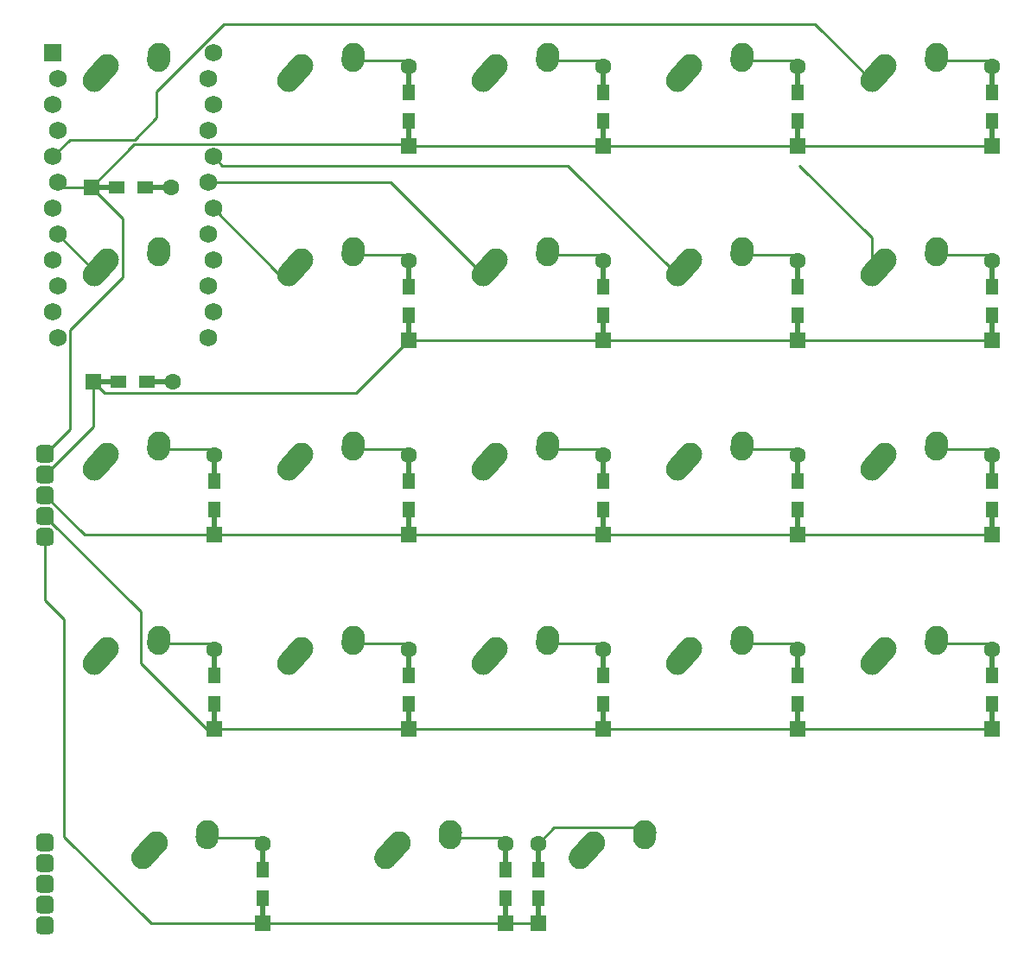
<source format=gbl>
%TF.GenerationSoftware,KiCad,Pcbnew,(5.1.12)-1*%
%TF.CreationDate,2022-01-07T17:35:06-05:00*%
%TF.ProjectId,center-gasket-2,63656e74-6572-42d6-9761-736b65742d32,rev?*%
%TF.SameCoordinates,Original*%
%TF.FileFunction,Copper,L2,Bot*%
%TF.FilePolarity,Positive*%
%FSLAX46Y46*%
G04 Gerber Fmt 4.6, Leading zero omitted, Abs format (unit mm)*
G04 Created by KiCad (PCBNEW (5.1.12)-1) date 2022-01-07 17:35:06*
%MOMM*%
%LPD*%
G01*
G04 APERTURE LIST*
%TA.AperFunction,ComponentPad*%
%ADD10C,2.250000*%
%TD*%
%TA.AperFunction,ComponentPad*%
%ADD11C,1.752600*%
%TD*%
%TA.AperFunction,ComponentPad*%
%ADD12R,1.752600X1.752600*%
%TD*%
%TA.AperFunction,ComponentPad*%
%ADD13R,1.600000X1.600000*%
%TD*%
%TA.AperFunction,ComponentPad*%
%ADD14C,1.600000*%
%TD*%
%TA.AperFunction,SMDPad,CuDef*%
%ADD15R,0.500000X2.900000*%
%TD*%
%TA.AperFunction,SMDPad,CuDef*%
%ADD16R,1.200000X1.600000*%
%TD*%
%TA.AperFunction,SMDPad,CuDef*%
%ADD17R,2.900000X0.500000*%
%TD*%
%TA.AperFunction,SMDPad,CuDef*%
%ADD18R,1.600000X1.200000*%
%TD*%
%TA.AperFunction,Conductor*%
%ADD19C,0.254000*%
%TD*%
G04 APERTURE END LIST*
%TO.P,MX38,2*%
%TO.N,Net-(D38-Pad2)*%
%TA.AperFunction,ComponentPad*%
G36*
G01*
X90529733Y-113303645D02*
X90528847Y-113303584D01*
G75*
G02*
X89483916Y-112103847I77403J1122334D01*
G01*
X89523916Y-111523847D01*
G75*
G02*
X90723653Y-110478916I1122334J-77403D01*
G01*
X90723653Y-110478916D01*
G75*
G02*
X91768584Y-111678653I-77403J-1122334D01*
G01*
X91728584Y-112258653D01*
G75*
G02*
X90528847Y-113303584I-1122334J77403D01*
G01*
G37*
%TD.AperFunction*%
D10*
X90646250Y-111601250D03*
%TO.P,MX38,1*%
%TO.N,COL7*%
%TA.AperFunction,ComponentPad*%
G36*
G01*
X83544938Y-114978600D02*
X83544933Y-114978595D01*
G75*
G02*
X83458905Y-113389933I751317J837345D01*
G01*
X84768907Y-111929933D01*
G75*
G02*
X86357569Y-111843905I837345J-751317D01*
G01*
X86357569Y-111843905D01*
G75*
G02*
X86443597Y-113432567I-751317J-837345D01*
G01*
X85133595Y-114892567D01*
G75*
G02*
X83544933Y-114978595I-837345J751317D01*
G01*
G37*
%TD.AperFunction*%
X85606250Y-112681250D03*
%TD*%
%TO.P,M2,5*%
%TO.N,COL4*%
%TA.AperFunction,ComponentPad*%
G36*
G01*
X30968950Y-121215150D02*
X30968950Y-120338850D01*
G75*
G02*
X31407100Y-119900700I438150J0D01*
G01*
X32283400Y-119900700D01*
G75*
G02*
X32721550Y-120338850I0J-438150D01*
G01*
X32721550Y-121215150D01*
G75*
G02*
X32283400Y-121653300I-438150J0D01*
G01*
X31407100Y-121653300D01*
G75*
G02*
X30968950Y-121215150I0J438150D01*
G01*
G37*
%TD.AperFunction*%
%TO.P,M2,4*%
%TO.N,COL3*%
%TA.AperFunction,ComponentPad*%
G36*
G01*
X30968950Y-119183150D02*
X30968950Y-118306850D01*
G75*
G02*
X31407100Y-117868700I438150J0D01*
G01*
X32283400Y-117868700D01*
G75*
G02*
X32721550Y-118306850I0J-438150D01*
G01*
X32721550Y-119183150D01*
G75*
G02*
X32283400Y-119621300I-438150J0D01*
G01*
X31407100Y-119621300D01*
G75*
G02*
X30968950Y-119183150I0J438150D01*
G01*
G37*
%TD.AperFunction*%
%TO.P,M2,3*%
%TO.N,COL2*%
%TA.AperFunction,ComponentPad*%
G36*
G01*
X30968950Y-117151150D02*
X30968950Y-116274850D01*
G75*
G02*
X31407100Y-115836700I438150J0D01*
G01*
X32283400Y-115836700D01*
G75*
G02*
X32721550Y-116274850I0J-438150D01*
G01*
X32721550Y-117151150D01*
G75*
G02*
X32283400Y-117589300I-438150J0D01*
G01*
X31407100Y-117589300D01*
G75*
G02*
X30968950Y-117151150I0J438150D01*
G01*
G37*
%TD.AperFunction*%
%TO.P,M2,2*%
%TO.N,COL1*%
%TA.AperFunction,ComponentPad*%
G36*
G01*
X30968950Y-115119150D02*
X30968950Y-114242850D01*
G75*
G02*
X31407100Y-113804700I438150J0D01*
G01*
X32283400Y-113804700D01*
G75*
G02*
X32721550Y-114242850I0J-438150D01*
G01*
X32721550Y-115119150D01*
G75*
G02*
X32283400Y-115557300I-438150J0D01*
G01*
X31407100Y-115557300D01*
G75*
G02*
X30968950Y-115119150I0J438150D01*
G01*
G37*
%TD.AperFunction*%
%TO.P,M2,1*%
%TO.N,COL0*%
%TA.AperFunction,ComponentPad*%
G36*
G01*
X30968950Y-113087150D02*
X30968950Y-112210850D01*
G75*
G02*
X31407100Y-111772700I438150J0D01*
G01*
X32283400Y-111772700D01*
G75*
G02*
X32721550Y-112210850I0J-438150D01*
G01*
X32721550Y-113087150D01*
G75*
G02*
X32283400Y-113525300I-438150J0D01*
G01*
X31407100Y-113525300D01*
G75*
G02*
X30968950Y-113087150I0J438150D01*
G01*
G37*
%TD.AperFunction*%
%TD*%
%TO.P,M1,1*%
%TO.N,ROW0*%
%TA.AperFunction,ComponentPad*%
G36*
G01*
X30968950Y-74987150D02*
X30968950Y-74110850D01*
G75*
G02*
X31407100Y-73672700I438150J0D01*
G01*
X32283400Y-73672700D01*
G75*
G02*
X32721550Y-74110850I0J-438150D01*
G01*
X32721550Y-74987150D01*
G75*
G02*
X32283400Y-75425300I-438150J0D01*
G01*
X31407100Y-75425300D01*
G75*
G02*
X30968950Y-74987150I0J438150D01*
G01*
G37*
%TD.AperFunction*%
%TO.P,M1,2*%
%TO.N,ROW1*%
%TA.AperFunction,ComponentPad*%
G36*
G01*
X30968950Y-77019150D02*
X30968950Y-76142850D01*
G75*
G02*
X31407100Y-75704700I438150J0D01*
G01*
X32283400Y-75704700D01*
G75*
G02*
X32721550Y-76142850I0J-438150D01*
G01*
X32721550Y-77019150D01*
G75*
G02*
X32283400Y-77457300I-438150J0D01*
G01*
X31407100Y-77457300D01*
G75*
G02*
X30968950Y-77019150I0J438150D01*
G01*
G37*
%TD.AperFunction*%
%TO.P,M1,3*%
%TO.N,ROW2*%
%TA.AperFunction,ComponentPad*%
G36*
G01*
X30968950Y-79051150D02*
X30968950Y-78174850D01*
G75*
G02*
X31407100Y-77736700I438150J0D01*
G01*
X32283400Y-77736700D01*
G75*
G02*
X32721550Y-78174850I0J-438150D01*
G01*
X32721550Y-79051150D01*
G75*
G02*
X32283400Y-79489300I-438150J0D01*
G01*
X31407100Y-79489300D01*
G75*
G02*
X30968950Y-79051150I0J438150D01*
G01*
G37*
%TD.AperFunction*%
%TO.P,M1,4*%
%TO.N,ROW3*%
%TA.AperFunction,ComponentPad*%
G36*
G01*
X30968950Y-81083150D02*
X30968950Y-80206850D01*
G75*
G02*
X31407100Y-79768700I438150J0D01*
G01*
X32283400Y-79768700D01*
G75*
G02*
X32721550Y-80206850I0J-438150D01*
G01*
X32721550Y-81083150D01*
G75*
G02*
X32283400Y-81521300I-438150J0D01*
G01*
X31407100Y-81521300D01*
G75*
G02*
X30968950Y-81083150I0J438150D01*
G01*
G37*
%TD.AperFunction*%
%TO.P,M1,5*%
%TO.N,ROW4*%
%TA.AperFunction,ComponentPad*%
G36*
G01*
X30968950Y-83115150D02*
X30968950Y-82238850D01*
G75*
G02*
X31407100Y-81800700I438150J0D01*
G01*
X32283400Y-81800700D01*
G75*
G02*
X32721550Y-82238850I0J-438150D01*
G01*
X32721550Y-83115150D01*
G75*
G02*
X32283400Y-83553300I-438150J0D01*
G01*
X31407100Y-83553300D01*
G75*
G02*
X30968950Y-83115150I0J438150D01*
G01*
G37*
%TD.AperFunction*%
%TD*%
D11*
%TO.P,U1,24*%
%TO.N,Net-(U1-Pad24)*%
X48329850Y-35242500D03*
%TO.P,U1,12*%
%TO.N,ROW2*%
X33089850Y-63182500D03*
%TO.P,U1,23*%
%TO.N,GND*%
X47872650Y-37782500D03*
%TO.P,U1,22*%
%TO.N,Net-(SW1-Pad1)*%
X48329850Y-40322500D03*
%TO.P,U1,21*%
%TO.N,VCC*%
X47872650Y-42862500D03*
%TO.P,U1,20*%
%TO.N,COL8*%
X48329850Y-45402500D03*
%TO.P,U1,19*%
%TO.N,COL7*%
X47872650Y-47942500D03*
%TO.P,U1,18*%
%TO.N,COL6*%
X48329850Y-50482500D03*
%TO.P,U1,17*%
%TO.N,COL4*%
X47872650Y-53022500D03*
%TO.P,U1,16*%
%TO.N,COL3*%
X48329850Y-55562500D03*
%TO.P,U1,15*%
%TO.N,COL2*%
X47872650Y-58102500D03*
%TO.P,U1,14*%
%TO.N,COL1*%
X48329850Y-60642500D03*
%TO.P,U1,13*%
%TO.N,COL0*%
X47872650Y-63182500D03*
%TO.P,U1,11*%
%TO.N,ROW3*%
X32632650Y-60642500D03*
%TO.P,U1,10*%
%TO.N,ROW4*%
X33089850Y-58102500D03*
%TO.P,U1,9*%
%TO.N,Net-(U1-Pad9)*%
X32632650Y-55562500D03*
%TO.P,U1,8*%
%TO.N,COL5*%
X33089850Y-53022500D03*
%TO.P,U1,7*%
%TO.N,ROW1*%
X32632650Y-50482500D03*
%TO.P,U1,6*%
%TO.N,ROW0*%
X33089850Y-47942500D03*
%TO.P,U1,5*%
%TO.N,COL9*%
X32632650Y-45402500D03*
%TO.P,U1,4*%
%TO.N,GND*%
X33089850Y-42862500D03*
%TO.P,U1,3*%
X32632650Y-40322500D03*
%TO.P,U1,2*%
%TO.N,Net-(U1-Pad2)*%
X33089850Y-37782500D03*
D12*
%TO.P,U1,1*%
%TO.N,Net-(U1-Pad1)*%
X32632650Y-35242500D03*
%TD*%
%TO.P,MX25,2*%
%TO.N,Net-(D25-Pad2)*%
%TA.AperFunction,ComponentPad*%
G36*
G01*
X42904733Y-56153645D02*
X42903847Y-56153584D01*
G75*
G02*
X41858916Y-54953847I77403J1122334D01*
G01*
X41898916Y-54373847D01*
G75*
G02*
X43098653Y-53328916I1122334J-77403D01*
G01*
X43098653Y-53328916D01*
G75*
G02*
X44143584Y-54528653I-77403J-1122334D01*
G01*
X44103584Y-55108653D01*
G75*
G02*
X42903847Y-56153584I-1122334J77403D01*
G01*
G37*
%TD.AperFunction*%
D10*
X43021250Y-54451250D03*
%TO.P,MX25,1*%
%TO.N,COL5*%
%TA.AperFunction,ComponentPad*%
G36*
G01*
X35919938Y-57828600D02*
X35919933Y-57828595D01*
G75*
G02*
X35833905Y-56239933I751317J837345D01*
G01*
X37143907Y-54779933D01*
G75*
G02*
X38732569Y-54693905I837345J-751317D01*
G01*
X38732569Y-54693905D01*
G75*
G02*
X38818597Y-56282567I-751317J-837345D01*
G01*
X37508595Y-57742567D01*
G75*
G02*
X35919933Y-57828595I-837345J751317D01*
G01*
G37*
%TD.AperFunction*%
X37981250Y-55531250D03*
%TD*%
%TO.P,MX28,2*%
%TO.N,Net-(D28-Pad2)*%
%TA.AperFunction,ComponentPad*%
G36*
G01*
X47667233Y-113303645D02*
X47666347Y-113303584D01*
G75*
G02*
X46621416Y-112103847I77403J1122334D01*
G01*
X46661416Y-111523847D01*
G75*
G02*
X47861153Y-110478916I1122334J-77403D01*
G01*
X47861153Y-110478916D01*
G75*
G02*
X48906084Y-111678653I-77403J-1122334D01*
G01*
X48866084Y-112258653D01*
G75*
G02*
X47666347Y-113303584I-1122334J77403D01*
G01*
G37*
%TD.AperFunction*%
X47783750Y-111601250D03*
%TO.P,MX28,1*%
%TO.N,COL5*%
%TA.AperFunction,ComponentPad*%
G36*
G01*
X40682438Y-114978600D02*
X40682433Y-114978595D01*
G75*
G02*
X40596405Y-113389933I751317J837345D01*
G01*
X41906407Y-111929933D01*
G75*
G02*
X43495069Y-111843905I837345J-751317D01*
G01*
X43495069Y-111843905D01*
G75*
G02*
X43581097Y-113432567I-751317J-837345D01*
G01*
X42271095Y-114892567D01*
G75*
G02*
X40682433Y-114978595I-837345J751317D01*
G01*
G37*
%TD.AperFunction*%
X42743750Y-112681250D03*
%TD*%
%TO.P,MX46,2*%
%TO.N,Net-(D46-Pad2)*%
%TA.AperFunction,ComponentPad*%
G36*
G01*
X119104733Y-94253645D02*
X119103847Y-94253584D01*
G75*
G02*
X118058916Y-93053847I77403J1122334D01*
G01*
X118098916Y-92473847D01*
G75*
G02*
X119298653Y-91428916I1122334J-77403D01*
G01*
X119298653Y-91428916D01*
G75*
G02*
X120343584Y-92628653I-77403J-1122334D01*
G01*
X120303584Y-93208653D01*
G75*
G02*
X119103847Y-94253584I-1122334J77403D01*
G01*
G37*
%TD.AperFunction*%
X119221250Y-92551250D03*
%TO.P,MX46,1*%
%TO.N,COL9*%
%TA.AperFunction,ComponentPad*%
G36*
G01*
X112119938Y-95928600D02*
X112119933Y-95928595D01*
G75*
G02*
X112033905Y-94339933I751317J837345D01*
G01*
X113343907Y-92879933D01*
G75*
G02*
X114932569Y-92793905I837345J-751317D01*
G01*
X114932569Y-92793905D01*
G75*
G02*
X115018597Y-94382567I-751317J-837345D01*
G01*
X113708595Y-95842567D01*
G75*
G02*
X112119933Y-95928595I-837345J751317D01*
G01*
G37*
%TD.AperFunction*%
X114181250Y-93631250D03*
%TD*%
%TO.P,MX45,2*%
%TO.N,Net-(D45-Pad2)*%
%TA.AperFunction,ComponentPad*%
G36*
G01*
X119104733Y-75203645D02*
X119103847Y-75203584D01*
G75*
G02*
X118058916Y-74003847I77403J1122334D01*
G01*
X118098916Y-73423847D01*
G75*
G02*
X119298653Y-72378916I1122334J-77403D01*
G01*
X119298653Y-72378916D01*
G75*
G02*
X120343584Y-73578653I-77403J-1122334D01*
G01*
X120303584Y-74158653D01*
G75*
G02*
X119103847Y-75203584I-1122334J77403D01*
G01*
G37*
%TD.AperFunction*%
X119221250Y-73501250D03*
%TO.P,MX45,1*%
%TO.N,COL9*%
%TA.AperFunction,ComponentPad*%
G36*
G01*
X112119938Y-76878600D02*
X112119933Y-76878595D01*
G75*
G02*
X112033905Y-75289933I751317J837345D01*
G01*
X113343907Y-73829933D01*
G75*
G02*
X114932569Y-73743905I837345J-751317D01*
G01*
X114932569Y-73743905D01*
G75*
G02*
X115018597Y-75332567I-751317J-837345D01*
G01*
X113708595Y-76792567D01*
G75*
G02*
X112119933Y-76878595I-837345J751317D01*
G01*
G37*
%TD.AperFunction*%
X114181250Y-74581250D03*
%TD*%
%TO.P,MX44,2*%
%TO.N,Net-(D44-Pad2)*%
%TA.AperFunction,ComponentPad*%
G36*
G01*
X119104733Y-56153645D02*
X119103847Y-56153584D01*
G75*
G02*
X118058916Y-54953847I77403J1122334D01*
G01*
X118098916Y-54373847D01*
G75*
G02*
X119298653Y-53328916I1122334J-77403D01*
G01*
X119298653Y-53328916D01*
G75*
G02*
X120343584Y-54528653I-77403J-1122334D01*
G01*
X120303584Y-55108653D01*
G75*
G02*
X119103847Y-56153584I-1122334J77403D01*
G01*
G37*
%TD.AperFunction*%
X119221250Y-54451250D03*
%TO.P,MX44,1*%
%TO.N,COL9*%
%TA.AperFunction,ComponentPad*%
G36*
G01*
X112119938Y-57828600D02*
X112119933Y-57828595D01*
G75*
G02*
X112033905Y-56239933I751317J837345D01*
G01*
X113343907Y-54779933D01*
G75*
G02*
X114932569Y-54693905I837345J-751317D01*
G01*
X114932569Y-54693905D01*
G75*
G02*
X115018597Y-56282567I-751317J-837345D01*
G01*
X113708595Y-57742567D01*
G75*
G02*
X112119933Y-57828595I-837345J751317D01*
G01*
G37*
%TD.AperFunction*%
X114181250Y-55531250D03*
%TD*%
%TO.P,MX43,2*%
%TO.N,Net-(D43-Pad2)*%
%TA.AperFunction,ComponentPad*%
G36*
G01*
X119104733Y-37103645D02*
X119103847Y-37103584D01*
G75*
G02*
X118058916Y-35903847I77403J1122334D01*
G01*
X118098916Y-35323847D01*
G75*
G02*
X119298653Y-34278916I1122334J-77403D01*
G01*
X119298653Y-34278916D01*
G75*
G02*
X120343584Y-35478653I-77403J-1122334D01*
G01*
X120303584Y-36058653D01*
G75*
G02*
X119103847Y-37103584I-1122334J77403D01*
G01*
G37*
%TD.AperFunction*%
X119221250Y-35401250D03*
%TO.P,MX43,1*%
%TO.N,COL9*%
%TA.AperFunction,ComponentPad*%
G36*
G01*
X112119938Y-38778600D02*
X112119933Y-38778595D01*
G75*
G02*
X112033905Y-37189933I751317J837345D01*
G01*
X113343907Y-35729933D01*
G75*
G02*
X114932569Y-35643905I837345J-751317D01*
G01*
X114932569Y-35643905D01*
G75*
G02*
X115018597Y-37232567I-751317J-837345D01*
G01*
X113708595Y-38692567D01*
G75*
G02*
X112119933Y-38778595I-837345J751317D01*
G01*
G37*
%TD.AperFunction*%
X114181250Y-36481250D03*
%TD*%
%TO.P,MX42,2*%
%TO.N,Net-(D42-Pad2)*%
%TA.AperFunction,ComponentPad*%
G36*
G01*
X100054733Y-94253645D02*
X100053847Y-94253584D01*
G75*
G02*
X99008916Y-93053847I77403J1122334D01*
G01*
X99048916Y-92473847D01*
G75*
G02*
X100248653Y-91428916I1122334J-77403D01*
G01*
X100248653Y-91428916D01*
G75*
G02*
X101293584Y-92628653I-77403J-1122334D01*
G01*
X101253584Y-93208653D01*
G75*
G02*
X100053847Y-94253584I-1122334J77403D01*
G01*
G37*
%TD.AperFunction*%
X100171250Y-92551250D03*
%TO.P,MX42,1*%
%TO.N,COL8*%
%TA.AperFunction,ComponentPad*%
G36*
G01*
X93069938Y-95928600D02*
X93069933Y-95928595D01*
G75*
G02*
X92983905Y-94339933I751317J837345D01*
G01*
X94293907Y-92879933D01*
G75*
G02*
X95882569Y-92793905I837345J-751317D01*
G01*
X95882569Y-92793905D01*
G75*
G02*
X95968597Y-94382567I-751317J-837345D01*
G01*
X94658595Y-95842567D01*
G75*
G02*
X93069933Y-95928595I-837345J751317D01*
G01*
G37*
%TD.AperFunction*%
X95131250Y-93631250D03*
%TD*%
%TO.P,MX41,2*%
%TO.N,Net-(D41-Pad2)*%
%TA.AperFunction,ComponentPad*%
G36*
G01*
X100054733Y-75203645D02*
X100053847Y-75203584D01*
G75*
G02*
X99008916Y-74003847I77403J1122334D01*
G01*
X99048916Y-73423847D01*
G75*
G02*
X100248653Y-72378916I1122334J-77403D01*
G01*
X100248653Y-72378916D01*
G75*
G02*
X101293584Y-73578653I-77403J-1122334D01*
G01*
X101253584Y-74158653D01*
G75*
G02*
X100053847Y-75203584I-1122334J77403D01*
G01*
G37*
%TD.AperFunction*%
X100171250Y-73501250D03*
%TO.P,MX41,1*%
%TO.N,COL8*%
%TA.AperFunction,ComponentPad*%
G36*
G01*
X93069938Y-76878600D02*
X93069933Y-76878595D01*
G75*
G02*
X92983905Y-75289933I751317J837345D01*
G01*
X94293907Y-73829933D01*
G75*
G02*
X95882569Y-73743905I837345J-751317D01*
G01*
X95882569Y-73743905D01*
G75*
G02*
X95968597Y-75332567I-751317J-837345D01*
G01*
X94658595Y-76792567D01*
G75*
G02*
X93069933Y-76878595I-837345J751317D01*
G01*
G37*
%TD.AperFunction*%
X95131250Y-74581250D03*
%TD*%
%TO.P,MX40,2*%
%TO.N,Net-(D40-Pad2)*%
%TA.AperFunction,ComponentPad*%
G36*
G01*
X100054733Y-56153645D02*
X100053847Y-56153584D01*
G75*
G02*
X99008916Y-54953847I77403J1122334D01*
G01*
X99048916Y-54373847D01*
G75*
G02*
X100248653Y-53328916I1122334J-77403D01*
G01*
X100248653Y-53328916D01*
G75*
G02*
X101293584Y-54528653I-77403J-1122334D01*
G01*
X101253584Y-55108653D01*
G75*
G02*
X100053847Y-56153584I-1122334J77403D01*
G01*
G37*
%TD.AperFunction*%
X100171250Y-54451250D03*
%TO.P,MX40,1*%
%TO.N,COL8*%
%TA.AperFunction,ComponentPad*%
G36*
G01*
X93069938Y-57828600D02*
X93069933Y-57828595D01*
G75*
G02*
X92983905Y-56239933I751317J837345D01*
G01*
X94293907Y-54779933D01*
G75*
G02*
X95882569Y-54693905I837345J-751317D01*
G01*
X95882569Y-54693905D01*
G75*
G02*
X95968597Y-56282567I-751317J-837345D01*
G01*
X94658595Y-57742567D01*
G75*
G02*
X93069933Y-57828595I-837345J751317D01*
G01*
G37*
%TD.AperFunction*%
X95131250Y-55531250D03*
%TD*%
%TO.P,MX39,2*%
%TO.N,Net-(D39-Pad2)*%
%TA.AperFunction,ComponentPad*%
G36*
G01*
X100054733Y-37103645D02*
X100053847Y-37103584D01*
G75*
G02*
X99008916Y-35903847I77403J1122334D01*
G01*
X99048916Y-35323847D01*
G75*
G02*
X100248653Y-34278916I1122334J-77403D01*
G01*
X100248653Y-34278916D01*
G75*
G02*
X101293584Y-35478653I-77403J-1122334D01*
G01*
X101253584Y-36058653D01*
G75*
G02*
X100053847Y-37103584I-1122334J77403D01*
G01*
G37*
%TD.AperFunction*%
X100171250Y-35401250D03*
%TO.P,MX39,1*%
%TO.N,COL8*%
%TA.AperFunction,ComponentPad*%
G36*
G01*
X93069938Y-38778600D02*
X93069933Y-38778595D01*
G75*
G02*
X92983905Y-37189933I751317J837345D01*
G01*
X94293907Y-35729933D01*
G75*
G02*
X95882569Y-35643905I837345J-751317D01*
G01*
X95882569Y-35643905D01*
G75*
G02*
X95968597Y-37232567I-751317J-837345D01*
G01*
X94658595Y-38692567D01*
G75*
G02*
X93069933Y-38778595I-837345J751317D01*
G01*
G37*
%TD.AperFunction*%
X95131250Y-36481250D03*
%TD*%
%TO.P,MX37,2*%
%TO.N,Net-(D37-Pad2)*%
%TA.AperFunction,ComponentPad*%
G36*
G01*
X81004733Y-94253645D02*
X81003847Y-94253584D01*
G75*
G02*
X79958916Y-93053847I77403J1122334D01*
G01*
X79998916Y-92473847D01*
G75*
G02*
X81198653Y-91428916I1122334J-77403D01*
G01*
X81198653Y-91428916D01*
G75*
G02*
X82243584Y-92628653I-77403J-1122334D01*
G01*
X82203584Y-93208653D01*
G75*
G02*
X81003847Y-94253584I-1122334J77403D01*
G01*
G37*
%TD.AperFunction*%
X81121250Y-92551250D03*
%TO.P,MX37,1*%
%TO.N,COL7*%
%TA.AperFunction,ComponentPad*%
G36*
G01*
X74019938Y-95928600D02*
X74019933Y-95928595D01*
G75*
G02*
X73933905Y-94339933I751317J837345D01*
G01*
X75243907Y-92879933D01*
G75*
G02*
X76832569Y-92793905I837345J-751317D01*
G01*
X76832569Y-92793905D01*
G75*
G02*
X76918597Y-94382567I-751317J-837345D01*
G01*
X75608595Y-95842567D01*
G75*
G02*
X74019933Y-95928595I-837345J751317D01*
G01*
G37*
%TD.AperFunction*%
X76081250Y-93631250D03*
%TD*%
%TO.P,MX36,2*%
%TO.N,Net-(D36-Pad2)*%
%TA.AperFunction,ComponentPad*%
G36*
G01*
X81004733Y-75203645D02*
X81003847Y-75203584D01*
G75*
G02*
X79958916Y-74003847I77403J1122334D01*
G01*
X79998916Y-73423847D01*
G75*
G02*
X81198653Y-72378916I1122334J-77403D01*
G01*
X81198653Y-72378916D01*
G75*
G02*
X82243584Y-73578653I-77403J-1122334D01*
G01*
X82203584Y-74158653D01*
G75*
G02*
X81003847Y-75203584I-1122334J77403D01*
G01*
G37*
%TD.AperFunction*%
X81121250Y-73501250D03*
%TO.P,MX36,1*%
%TO.N,COL7*%
%TA.AperFunction,ComponentPad*%
G36*
G01*
X74019938Y-76878600D02*
X74019933Y-76878595D01*
G75*
G02*
X73933905Y-75289933I751317J837345D01*
G01*
X75243907Y-73829933D01*
G75*
G02*
X76832569Y-73743905I837345J-751317D01*
G01*
X76832569Y-73743905D01*
G75*
G02*
X76918597Y-75332567I-751317J-837345D01*
G01*
X75608595Y-76792567D01*
G75*
G02*
X74019933Y-76878595I-837345J751317D01*
G01*
G37*
%TD.AperFunction*%
X76081250Y-74581250D03*
%TD*%
%TO.P,MX35,2*%
%TO.N,Net-(D35-Pad2)*%
%TA.AperFunction,ComponentPad*%
G36*
G01*
X81004733Y-56153645D02*
X81003847Y-56153584D01*
G75*
G02*
X79958916Y-54953847I77403J1122334D01*
G01*
X79998916Y-54373847D01*
G75*
G02*
X81198653Y-53328916I1122334J-77403D01*
G01*
X81198653Y-53328916D01*
G75*
G02*
X82243584Y-54528653I-77403J-1122334D01*
G01*
X82203584Y-55108653D01*
G75*
G02*
X81003847Y-56153584I-1122334J77403D01*
G01*
G37*
%TD.AperFunction*%
X81121250Y-54451250D03*
%TO.P,MX35,1*%
%TO.N,COL7*%
%TA.AperFunction,ComponentPad*%
G36*
G01*
X74019938Y-57828600D02*
X74019933Y-57828595D01*
G75*
G02*
X73933905Y-56239933I751317J837345D01*
G01*
X75243907Y-54779933D01*
G75*
G02*
X76832569Y-54693905I837345J-751317D01*
G01*
X76832569Y-54693905D01*
G75*
G02*
X76918597Y-56282567I-751317J-837345D01*
G01*
X75608595Y-57742567D01*
G75*
G02*
X74019933Y-57828595I-837345J751317D01*
G01*
G37*
%TD.AperFunction*%
X76081250Y-55531250D03*
%TD*%
%TO.P,MX34,2*%
%TO.N,Net-(D34-Pad2)*%
%TA.AperFunction,ComponentPad*%
G36*
G01*
X81004733Y-37103645D02*
X81003847Y-37103584D01*
G75*
G02*
X79958916Y-35903847I77403J1122334D01*
G01*
X79998916Y-35323847D01*
G75*
G02*
X81198653Y-34278916I1122334J-77403D01*
G01*
X81198653Y-34278916D01*
G75*
G02*
X82243584Y-35478653I-77403J-1122334D01*
G01*
X82203584Y-36058653D01*
G75*
G02*
X81003847Y-37103584I-1122334J77403D01*
G01*
G37*
%TD.AperFunction*%
X81121250Y-35401250D03*
%TO.P,MX34,1*%
%TO.N,COL7*%
%TA.AperFunction,ComponentPad*%
G36*
G01*
X74019938Y-38778600D02*
X74019933Y-38778595D01*
G75*
G02*
X73933905Y-37189933I751317J837345D01*
G01*
X75243907Y-35729933D01*
G75*
G02*
X76832569Y-35643905I837345J-751317D01*
G01*
X76832569Y-35643905D01*
G75*
G02*
X76918597Y-37232567I-751317J-837345D01*
G01*
X75608595Y-38692567D01*
G75*
G02*
X74019933Y-38778595I-837345J751317D01*
G01*
G37*
%TD.AperFunction*%
X76081250Y-36481250D03*
%TD*%
%TO.P,MX33,2*%
%TO.N,Net-(D33-Pad2)*%
%TA.AperFunction,ComponentPad*%
G36*
G01*
X71479733Y-113303645D02*
X71478847Y-113303584D01*
G75*
G02*
X70433916Y-112103847I77403J1122334D01*
G01*
X70473916Y-111523847D01*
G75*
G02*
X71673653Y-110478916I1122334J-77403D01*
G01*
X71673653Y-110478916D01*
G75*
G02*
X72718584Y-111678653I-77403J-1122334D01*
G01*
X72678584Y-112258653D01*
G75*
G02*
X71478847Y-113303584I-1122334J77403D01*
G01*
G37*
%TD.AperFunction*%
X71596250Y-111601250D03*
%TO.P,MX33,1*%
%TO.N,COL6*%
%TA.AperFunction,ComponentPad*%
G36*
G01*
X64494938Y-114978600D02*
X64494933Y-114978595D01*
G75*
G02*
X64408905Y-113389933I751317J837345D01*
G01*
X65718907Y-111929933D01*
G75*
G02*
X67307569Y-111843905I837345J-751317D01*
G01*
X67307569Y-111843905D01*
G75*
G02*
X67393597Y-113432567I-751317J-837345D01*
G01*
X66083595Y-114892567D01*
G75*
G02*
X64494933Y-114978595I-837345J751317D01*
G01*
G37*
%TD.AperFunction*%
X66556250Y-112681250D03*
%TD*%
%TO.P,MX32,2*%
%TO.N,Net-(D32-Pad2)*%
%TA.AperFunction,ComponentPad*%
G36*
G01*
X61954733Y-94253645D02*
X61953847Y-94253584D01*
G75*
G02*
X60908916Y-93053847I77403J1122334D01*
G01*
X60948916Y-92473847D01*
G75*
G02*
X62148653Y-91428916I1122334J-77403D01*
G01*
X62148653Y-91428916D01*
G75*
G02*
X63193584Y-92628653I-77403J-1122334D01*
G01*
X63153584Y-93208653D01*
G75*
G02*
X61953847Y-94253584I-1122334J77403D01*
G01*
G37*
%TD.AperFunction*%
X62071250Y-92551250D03*
%TO.P,MX32,1*%
%TO.N,COL6*%
%TA.AperFunction,ComponentPad*%
G36*
G01*
X54969938Y-95928600D02*
X54969933Y-95928595D01*
G75*
G02*
X54883905Y-94339933I751317J837345D01*
G01*
X56193907Y-92879933D01*
G75*
G02*
X57782569Y-92793905I837345J-751317D01*
G01*
X57782569Y-92793905D01*
G75*
G02*
X57868597Y-94382567I-751317J-837345D01*
G01*
X56558595Y-95842567D01*
G75*
G02*
X54969933Y-95928595I-837345J751317D01*
G01*
G37*
%TD.AperFunction*%
X57031250Y-93631250D03*
%TD*%
%TO.P,MX31,2*%
%TO.N,Net-(D31-Pad2)*%
%TA.AperFunction,ComponentPad*%
G36*
G01*
X61954733Y-75203645D02*
X61953847Y-75203584D01*
G75*
G02*
X60908916Y-74003847I77403J1122334D01*
G01*
X60948916Y-73423847D01*
G75*
G02*
X62148653Y-72378916I1122334J-77403D01*
G01*
X62148653Y-72378916D01*
G75*
G02*
X63193584Y-73578653I-77403J-1122334D01*
G01*
X63153584Y-74158653D01*
G75*
G02*
X61953847Y-75203584I-1122334J77403D01*
G01*
G37*
%TD.AperFunction*%
X62071250Y-73501250D03*
%TO.P,MX31,1*%
%TO.N,COL6*%
%TA.AperFunction,ComponentPad*%
G36*
G01*
X54969938Y-76878600D02*
X54969933Y-76878595D01*
G75*
G02*
X54883905Y-75289933I751317J837345D01*
G01*
X56193907Y-73829933D01*
G75*
G02*
X57782569Y-73743905I837345J-751317D01*
G01*
X57782569Y-73743905D01*
G75*
G02*
X57868597Y-75332567I-751317J-837345D01*
G01*
X56558595Y-76792567D01*
G75*
G02*
X54969933Y-76878595I-837345J751317D01*
G01*
G37*
%TD.AperFunction*%
X57031250Y-74581250D03*
%TD*%
%TO.P,MX30,2*%
%TO.N,Net-(D30-Pad2)*%
%TA.AperFunction,ComponentPad*%
G36*
G01*
X61954733Y-56153645D02*
X61953847Y-56153584D01*
G75*
G02*
X60908916Y-54953847I77403J1122334D01*
G01*
X60948916Y-54373847D01*
G75*
G02*
X62148653Y-53328916I1122334J-77403D01*
G01*
X62148653Y-53328916D01*
G75*
G02*
X63193584Y-54528653I-77403J-1122334D01*
G01*
X63153584Y-55108653D01*
G75*
G02*
X61953847Y-56153584I-1122334J77403D01*
G01*
G37*
%TD.AperFunction*%
X62071250Y-54451250D03*
%TO.P,MX30,1*%
%TO.N,COL6*%
%TA.AperFunction,ComponentPad*%
G36*
G01*
X54969938Y-57828600D02*
X54969933Y-57828595D01*
G75*
G02*
X54883905Y-56239933I751317J837345D01*
G01*
X56193907Y-54779933D01*
G75*
G02*
X57782569Y-54693905I837345J-751317D01*
G01*
X57782569Y-54693905D01*
G75*
G02*
X57868597Y-56282567I-751317J-837345D01*
G01*
X56558595Y-57742567D01*
G75*
G02*
X54969933Y-57828595I-837345J751317D01*
G01*
G37*
%TD.AperFunction*%
X57031250Y-55531250D03*
%TD*%
%TO.P,MX29,2*%
%TO.N,Net-(D29-Pad2)*%
%TA.AperFunction,ComponentPad*%
G36*
G01*
X61954733Y-37103645D02*
X61953847Y-37103584D01*
G75*
G02*
X60908916Y-35903847I77403J1122334D01*
G01*
X60948916Y-35323847D01*
G75*
G02*
X62148653Y-34278916I1122334J-77403D01*
G01*
X62148653Y-34278916D01*
G75*
G02*
X63193584Y-35478653I-77403J-1122334D01*
G01*
X63153584Y-36058653D01*
G75*
G02*
X61953847Y-37103584I-1122334J77403D01*
G01*
G37*
%TD.AperFunction*%
X62071250Y-35401250D03*
%TO.P,MX29,1*%
%TO.N,COL6*%
%TA.AperFunction,ComponentPad*%
G36*
G01*
X54969938Y-38778600D02*
X54969933Y-38778595D01*
G75*
G02*
X54883905Y-37189933I751317J837345D01*
G01*
X56193907Y-35729933D01*
G75*
G02*
X57782569Y-35643905I837345J-751317D01*
G01*
X57782569Y-35643905D01*
G75*
G02*
X57868597Y-37232567I-751317J-837345D01*
G01*
X56558595Y-38692567D01*
G75*
G02*
X54969933Y-38778595I-837345J751317D01*
G01*
G37*
%TD.AperFunction*%
X57031250Y-36481250D03*
%TD*%
%TO.P,MX27,2*%
%TO.N,Net-(D27-Pad2)*%
%TA.AperFunction,ComponentPad*%
G36*
G01*
X42904733Y-94253645D02*
X42903847Y-94253584D01*
G75*
G02*
X41858916Y-93053847I77403J1122334D01*
G01*
X41898916Y-92473847D01*
G75*
G02*
X43098653Y-91428916I1122334J-77403D01*
G01*
X43098653Y-91428916D01*
G75*
G02*
X44143584Y-92628653I-77403J-1122334D01*
G01*
X44103584Y-93208653D01*
G75*
G02*
X42903847Y-94253584I-1122334J77403D01*
G01*
G37*
%TD.AperFunction*%
X43021250Y-92551250D03*
%TO.P,MX27,1*%
%TO.N,COL5*%
%TA.AperFunction,ComponentPad*%
G36*
G01*
X35919938Y-95928600D02*
X35919933Y-95928595D01*
G75*
G02*
X35833905Y-94339933I751317J837345D01*
G01*
X37143907Y-92879933D01*
G75*
G02*
X38732569Y-92793905I837345J-751317D01*
G01*
X38732569Y-92793905D01*
G75*
G02*
X38818597Y-94382567I-751317J-837345D01*
G01*
X37508595Y-95842567D01*
G75*
G02*
X35919933Y-95928595I-837345J751317D01*
G01*
G37*
%TD.AperFunction*%
X37981250Y-93631250D03*
%TD*%
%TO.P,MX26,2*%
%TO.N,Net-(D26-Pad2)*%
%TA.AperFunction,ComponentPad*%
G36*
G01*
X42904733Y-75203645D02*
X42903847Y-75203584D01*
G75*
G02*
X41858916Y-74003847I77403J1122334D01*
G01*
X41898916Y-73423847D01*
G75*
G02*
X43098653Y-72378916I1122334J-77403D01*
G01*
X43098653Y-72378916D01*
G75*
G02*
X44143584Y-73578653I-77403J-1122334D01*
G01*
X44103584Y-74158653D01*
G75*
G02*
X42903847Y-75203584I-1122334J77403D01*
G01*
G37*
%TD.AperFunction*%
X43021250Y-73501250D03*
%TO.P,MX26,1*%
%TO.N,COL5*%
%TA.AperFunction,ComponentPad*%
G36*
G01*
X35919938Y-76878600D02*
X35919933Y-76878595D01*
G75*
G02*
X35833905Y-75289933I751317J837345D01*
G01*
X37143907Y-73829933D01*
G75*
G02*
X38732569Y-73743905I837345J-751317D01*
G01*
X38732569Y-73743905D01*
G75*
G02*
X38818597Y-75332567I-751317J-837345D01*
G01*
X37508595Y-76792567D01*
G75*
G02*
X35919933Y-76878595I-837345J751317D01*
G01*
G37*
%TD.AperFunction*%
X37981250Y-74581250D03*
%TD*%
%TO.P,MX24,2*%
%TO.N,Net-(D24-Pad2)*%
%TA.AperFunction,ComponentPad*%
G36*
G01*
X42904733Y-37103645D02*
X42903847Y-37103584D01*
G75*
G02*
X41858916Y-35903847I77403J1122334D01*
G01*
X41898916Y-35323847D01*
G75*
G02*
X43098653Y-34278916I1122334J-77403D01*
G01*
X43098653Y-34278916D01*
G75*
G02*
X44143584Y-35478653I-77403J-1122334D01*
G01*
X44103584Y-36058653D01*
G75*
G02*
X42903847Y-37103584I-1122334J77403D01*
G01*
G37*
%TD.AperFunction*%
X43021250Y-35401250D03*
%TO.P,MX24,1*%
%TO.N,COL5*%
%TA.AperFunction,ComponentPad*%
G36*
G01*
X35919938Y-38778600D02*
X35919933Y-38778595D01*
G75*
G02*
X35833905Y-37189933I751317J837345D01*
G01*
X37143907Y-35729933D01*
G75*
G02*
X38732569Y-35643905I837345J-751317D01*
G01*
X38732569Y-35643905D01*
G75*
G02*
X38818597Y-37232567I-751317J-837345D01*
G01*
X37508595Y-38692567D01*
G75*
G02*
X35919933Y-38778595I-837345J751317D01*
G01*
G37*
%TD.AperFunction*%
X37981250Y-36481250D03*
%TD*%
D13*
%TO.P,D46,1*%
%TO.N,ROW3*%
X124618750Y-101531250D03*
D14*
%TO.P,D46,2*%
%TO.N,Net-(D46-Pad2)*%
X124618750Y-93731250D03*
D15*
%TO.P,D46,1*%
%TO.N,ROW3*%
X124618750Y-100131250D03*
D16*
X124618750Y-99031250D03*
%TO.P,D46,2*%
%TO.N,Net-(D46-Pad2)*%
X124618750Y-96231250D03*
D15*
X124618750Y-95131250D03*
%TD*%
D13*
%TO.P,D45,1*%
%TO.N,ROW2*%
X124618750Y-82481250D03*
D14*
%TO.P,D45,2*%
%TO.N,Net-(D45-Pad2)*%
X124618750Y-74681250D03*
D15*
%TO.P,D45,1*%
%TO.N,ROW2*%
X124618750Y-81081250D03*
D16*
X124618750Y-79981250D03*
%TO.P,D45,2*%
%TO.N,Net-(D45-Pad2)*%
X124618750Y-77181250D03*
D15*
X124618750Y-76081250D03*
%TD*%
D13*
%TO.P,D44,1*%
%TO.N,ROW1*%
X124618750Y-63431250D03*
D14*
%TO.P,D44,2*%
%TO.N,Net-(D44-Pad2)*%
X124618750Y-55631250D03*
D15*
%TO.P,D44,1*%
%TO.N,ROW1*%
X124618750Y-62031250D03*
D16*
X124618750Y-60931250D03*
%TO.P,D44,2*%
%TO.N,Net-(D44-Pad2)*%
X124618750Y-58131250D03*
D15*
X124618750Y-57031250D03*
%TD*%
D13*
%TO.P,D43,1*%
%TO.N,ROW0*%
X124618750Y-44381250D03*
D14*
%TO.P,D43,2*%
%TO.N,Net-(D43-Pad2)*%
X124618750Y-36581250D03*
D15*
%TO.P,D43,1*%
%TO.N,ROW0*%
X124618750Y-42981250D03*
D16*
X124618750Y-41881250D03*
%TO.P,D43,2*%
%TO.N,Net-(D43-Pad2)*%
X124618750Y-39081250D03*
D15*
X124618750Y-37981250D03*
%TD*%
D13*
%TO.P,D42,1*%
%TO.N,ROW3*%
X105568750Y-101528250D03*
D14*
%TO.P,D42,2*%
%TO.N,Net-(D42-Pad2)*%
X105568750Y-93728250D03*
D15*
%TO.P,D42,1*%
%TO.N,ROW3*%
X105568750Y-100128250D03*
D16*
X105568750Y-99028250D03*
%TO.P,D42,2*%
%TO.N,Net-(D42-Pad2)*%
X105568750Y-96228250D03*
D15*
X105568750Y-95128250D03*
%TD*%
D13*
%TO.P,D41,1*%
%TO.N,ROW2*%
X105568750Y-82481250D03*
D14*
%TO.P,D41,2*%
%TO.N,Net-(D41-Pad2)*%
X105568750Y-74681250D03*
D15*
%TO.P,D41,1*%
%TO.N,ROW2*%
X105568750Y-81081250D03*
D16*
X105568750Y-79981250D03*
%TO.P,D41,2*%
%TO.N,Net-(D41-Pad2)*%
X105568750Y-77181250D03*
D15*
X105568750Y-76081250D03*
%TD*%
D13*
%TO.P,D40,1*%
%TO.N,ROW1*%
X105568750Y-63431250D03*
D14*
%TO.P,D40,2*%
%TO.N,Net-(D40-Pad2)*%
X105568750Y-55631250D03*
D15*
%TO.P,D40,1*%
%TO.N,ROW1*%
X105568750Y-62031250D03*
D16*
X105568750Y-60931250D03*
%TO.P,D40,2*%
%TO.N,Net-(D40-Pad2)*%
X105568750Y-58131250D03*
D15*
X105568750Y-57031250D03*
%TD*%
D13*
%TO.P,D39,1*%
%TO.N,ROW0*%
X105568750Y-44381250D03*
D14*
%TO.P,D39,2*%
%TO.N,Net-(D39-Pad2)*%
X105568750Y-36581250D03*
D15*
%TO.P,D39,1*%
%TO.N,ROW0*%
X105568750Y-42981250D03*
D16*
X105568750Y-41881250D03*
%TO.P,D39,2*%
%TO.N,Net-(D39-Pad2)*%
X105568750Y-39081250D03*
D15*
X105568750Y-37981250D03*
%TD*%
D13*
%TO.P,D38,1*%
%TO.N,ROW4*%
X80168750Y-120581250D03*
D14*
%TO.P,D38,2*%
%TO.N,Net-(D38-Pad2)*%
X80168750Y-112781250D03*
D15*
%TO.P,D38,1*%
%TO.N,ROW4*%
X80168750Y-119181250D03*
D16*
X80168750Y-118081250D03*
%TO.P,D38,2*%
%TO.N,Net-(D38-Pad2)*%
X80168750Y-115281250D03*
D15*
X80168750Y-114181250D03*
%TD*%
D13*
%TO.P,D37,1*%
%TO.N,ROW3*%
X86518750Y-101531250D03*
D14*
%TO.P,D37,2*%
%TO.N,Net-(D37-Pad2)*%
X86518750Y-93731250D03*
D15*
%TO.P,D37,1*%
%TO.N,ROW3*%
X86518750Y-100131250D03*
D16*
X86518750Y-99031250D03*
%TO.P,D37,2*%
%TO.N,Net-(D37-Pad2)*%
X86518750Y-96231250D03*
D15*
X86518750Y-95131250D03*
%TD*%
D13*
%TO.P,D36,1*%
%TO.N,ROW2*%
X86518750Y-82481250D03*
D14*
%TO.P,D36,2*%
%TO.N,Net-(D36-Pad2)*%
X86518750Y-74681250D03*
D15*
%TO.P,D36,1*%
%TO.N,ROW2*%
X86518750Y-81081250D03*
D16*
X86518750Y-79981250D03*
%TO.P,D36,2*%
%TO.N,Net-(D36-Pad2)*%
X86518750Y-77181250D03*
D15*
X86518750Y-76081250D03*
%TD*%
D13*
%TO.P,D35,1*%
%TO.N,ROW1*%
X86518750Y-63431250D03*
D14*
%TO.P,D35,2*%
%TO.N,Net-(D35-Pad2)*%
X86518750Y-55631250D03*
D15*
%TO.P,D35,1*%
%TO.N,ROW1*%
X86518750Y-62031250D03*
D16*
X86518750Y-60931250D03*
%TO.P,D35,2*%
%TO.N,Net-(D35-Pad2)*%
X86518750Y-58131250D03*
D15*
X86518750Y-57031250D03*
%TD*%
D13*
%TO.P,D34,1*%
%TO.N,ROW0*%
X86518750Y-44381250D03*
D14*
%TO.P,D34,2*%
%TO.N,Net-(D34-Pad2)*%
X86518750Y-36581250D03*
D15*
%TO.P,D34,1*%
%TO.N,ROW0*%
X86518750Y-42981250D03*
D16*
X86518750Y-41881250D03*
%TO.P,D34,2*%
%TO.N,Net-(D34-Pad2)*%
X86518750Y-39081250D03*
D15*
X86518750Y-37981250D03*
%TD*%
D13*
%TO.P,D33,1*%
%TO.N,ROW4*%
X76993750Y-120581250D03*
D14*
%TO.P,D33,2*%
%TO.N,Net-(D33-Pad2)*%
X76993750Y-112781250D03*
D15*
%TO.P,D33,1*%
%TO.N,ROW4*%
X76993750Y-119181250D03*
D16*
X76993750Y-118081250D03*
%TO.P,D33,2*%
%TO.N,Net-(D33-Pad2)*%
X76993750Y-115281250D03*
D15*
X76993750Y-114181250D03*
%TD*%
D13*
%TO.P,D32,1*%
%TO.N,ROW3*%
X67468750Y-101531250D03*
D14*
%TO.P,D32,2*%
%TO.N,Net-(D32-Pad2)*%
X67468750Y-93731250D03*
D15*
%TO.P,D32,1*%
%TO.N,ROW3*%
X67468750Y-100131250D03*
D16*
X67468750Y-99031250D03*
%TO.P,D32,2*%
%TO.N,Net-(D32-Pad2)*%
X67468750Y-96231250D03*
D15*
X67468750Y-95131250D03*
%TD*%
D13*
%TO.P,D31,1*%
%TO.N,ROW2*%
X67468750Y-82481250D03*
D14*
%TO.P,D31,2*%
%TO.N,Net-(D31-Pad2)*%
X67468750Y-74681250D03*
D15*
%TO.P,D31,1*%
%TO.N,ROW2*%
X67468750Y-81081250D03*
D16*
X67468750Y-79981250D03*
%TO.P,D31,2*%
%TO.N,Net-(D31-Pad2)*%
X67468750Y-77181250D03*
D15*
X67468750Y-76081250D03*
%TD*%
D13*
%TO.P,D30,1*%
%TO.N,ROW1*%
X67468750Y-63431250D03*
D14*
%TO.P,D30,2*%
%TO.N,Net-(D30-Pad2)*%
X67468750Y-55631250D03*
D15*
%TO.P,D30,1*%
%TO.N,ROW1*%
X67468750Y-62031250D03*
D16*
X67468750Y-60931250D03*
%TO.P,D30,2*%
%TO.N,Net-(D30-Pad2)*%
X67468750Y-58131250D03*
D15*
X67468750Y-57031250D03*
%TD*%
D13*
%TO.P,D29,1*%
%TO.N,ROW0*%
X67468750Y-44381250D03*
D14*
%TO.P,D29,2*%
%TO.N,Net-(D29-Pad2)*%
X67468750Y-36581250D03*
D15*
%TO.P,D29,1*%
%TO.N,ROW0*%
X67468750Y-42981250D03*
D16*
X67468750Y-41881250D03*
%TO.P,D29,2*%
%TO.N,Net-(D29-Pad2)*%
X67468750Y-39081250D03*
D15*
X67468750Y-37981250D03*
%TD*%
D13*
%TO.P,D28,1*%
%TO.N,ROW4*%
X53181250Y-120581250D03*
D14*
%TO.P,D28,2*%
%TO.N,Net-(D28-Pad2)*%
X53181250Y-112781250D03*
D15*
%TO.P,D28,1*%
%TO.N,ROW4*%
X53181250Y-119181250D03*
D16*
X53181250Y-118081250D03*
%TO.P,D28,2*%
%TO.N,Net-(D28-Pad2)*%
X53181250Y-115281250D03*
D15*
X53181250Y-114181250D03*
%TD*%
D13*
%TO.P,D27,1*%
%TO.N,ROW3*%
X48418750Y-101531250D03*
D14*
%TO.P,D27,2*%
%TO.N,Net-(D27-Pad2)*%
X48418750Y-93731250D03*
D15*
%TO.P,D27,1*%
%TO.N,ROW3*%
X48418750Y-100131250D03*
D16*
X48418750Y-99031250D03*
%TO.P,D27,2*%
%TO.N,Net-(D27-Pad2)*%
X48418750Y-96231250D03*
D15*
X48418750Y-95131250D03*
%TD*%
D13*
%TO.P,D26,1*%
%TO.N,ROW2*%
X48418750Y-82481250D03*
D14*
%TO.P,D26,2*%
%TO.N,Net-(D26-Pad2)*%
X48418750Y-74681250D03*
D15*
%TO.P,D26,1*%
%TO.N,ROW2*%
X48418750Y-81081250D03*
D16*
X48418750Y-79981250D03*
%TO.P,D26,2*%
%TO.N,Net-(D26-Pad2)*%
X48418750Y-77181250D03*
D15*
X48418750Y-76081250D03*
%TD*%
D13*
%TO.P,D25,1*%
%TO.N,ROW1*%
X36581250Y-67468750D03*
D14*
%TO.P,D25,2*%
%TO.N,Net-(D25-Pad2)*%
X44381250Y-67468750D03*
D17*
%TO.P,D25,1*%
%TO.N,ROW1*%
X37981250Y-67468750D03*
D18*
X39081250Y-67468750D03*
%TO.P,D25,2*%
%TO.N,Net-(D25-Pad2)*%
X41881250Y-67468750D03*
D17*
X42981250Y-67468750D03*
%TD*%
D13*
%TO.P,D24,1*%
%TO.N,ROW0*%
X36393750Y-48418750D03*
D14*
%TO.P,D24,2*%
%TO.N,Net-(D24-Pad2)*%
X44193750Y-48418750D03*
D17*
%TO.P,D24,1*%
%TO.N,ROW0*%
X37793750Y-48418750D03*
D18*
X38893750Y-48418750D03*
%TO.P,D24,2*%
%TO.N,Net-(D24-Pad2)*%
X41693750Y-48418750D03*
D17*
X42793750Y-48418750D03*
%TD*%
D19*
%TO.N,ROW0*%
X34293151Y-72101099D02*
X34293151Y-62418311D01*
X31845250Y-74549000D02*
X34293151Y-72101099D01*
X34293151Y-62418311D02*
X39463657Y-57247805D01*
X39463657Y-57247805D02*
X39463657Y-51488657D01*
X39463657Y-51488657D02*
X36393750Y-48418750D01*
X124618750Y-44381250D02*
X67468750Y-44381250D01*
X40613301Y-44199199D02*
X36393750Y-48418750D01*
X67286699Y-44199199D02*
X40613301Y-44199199D01*
X67468750Y-44381250D02*
X67286699Y-44199199D01*
X33566100Y-48418750D02*
X33089850Y-47942500D01*
X36393750Y-48418750D02*
X33566100Y-48418750D01*
%TO.N,ROW1*%
X67468750Y-63431250D02*
X86518750Y-63431250D01*
X124618750Y-63431250D02*
X86518750Y-63431250D01*
X36581250Y-71845000D02*
X31845250Y-76581000D01*
X36581250Y-67468750D02*
X36581250Y-71845000D01*
X62304249Y-68595751D02*
X67468750Y-63431250D01*
X37708251Y-68595751D02*
X62304249Y-68595751D01*
X36581250Y-67468750D02*
X37708251Y-68595751D01*
%TO.N,ROW2*%
X124618750Y-82481250D02*
X48418750Y-82481250D01*
X35713500Y-82481250D02*
X31845250Y-78613000D01*
X48418750Y-82481250D02*
X35713500Y-82481250D01*
%TO.N,ROW3*%
X124618750Y-101531250D02*
X48418750Y-101531250D01*
X47682288Y-101531250D02*
X48418750Y-101531250D01*
X41243250Y-95092212D02*
X47682288Y-101531250D01*
X41243250Y-90011250D02*
X41243250Y-95092212D01*
X31877000Y-80645000D02*
X41243250Y-90011250D01*
X31845250Y-80645000D02*
X31877000Y-80645000D01*
%TO.N,ROW4*%
X31845250Y-88868250D02*
X33750250Y-90773250D01*
X42284788Y-120581250D02*
X53181250Y-120581250D01*
X33750250Y-112046712D02*
X42284788Y-120581250D01*
X33750250Y-90773250D02*
X33750250Y-112046712D01*
X80168750Y-120581250D02*
X53181250Y-120581250D01*
X31845250Y-88868250D02*
X31845250Y-82677000D01*
%TO.N,Net-(D26-Pad2)*%
X47818750Y-74081250D02*
X48418750Y-74681250D01*
X42981250Y-74081250D02*
X47818750Y-74081250D01*
%TO.N,Net-(D27-Pad2)*%
X47818750Y-93131250D02*
X48418750Y-93731250D01*
X42981250Y-93131250D02*
X47818750Y-93131250D01*
%TO.N,Net-(D28-Pad2)*%
X52581250Y-112181250D02*
X53181250Y-112781250D01*
X47743750Y-112181250D02*
X52581250Y-112181250D01*
%TO.N,Net-(D29-Pad2)*%
X66868750Y-35981250D02*
X67468750Y-36581250D01*
X62031250Y-35981250D02*
X66868750Y-35981250D01*
%TO.N,Net-(D30-Pad2)*%
X66868750Y-55031250D02*
X67468750Y-55631250D01*
X62031250Y-55031250D02*
X66868750Y-55031250D01*
%TO.N,Net-(D31-Pad2)*%
X66868750Y-74081250D02*
X67468750Y-74681250D01*
X62031250Y-74081250D02*
X66868750Y-74081250D01*
%TO.N,Net-(D32-Pad2)*%
X66868750Y-93131250D02*
X67468750Y-93731250D01*
X62031250Y-93131250D02*
X66868750Y-93131250D01*
%TO.N,Net-(D33-Pad2)*%
X76393750Y-112181250D02*
X76993750Y-112781250D01*
X71556250Y-112181250D02*
X76393750Y-112181250D01*
%TO.N,Net-(D34-Pad2)*%
X85918750Y-35981250D02*
X86518750Y-36581250D01*
X81081250Y-35981250D02*
X85918750Y-35981250D01*
%TO.N,Net-(D35-Pad2)*%
X85918750Y-55031250D02*
X86518750Y-55631250D01*
X81081250Y-55031250D02*
X85918750Y-55031250D01*
%TO.N,Net-(D36-Pad2)*%
X85918750Y-74081250D02*
X86518750Y-74681250D01*
X81081250Y-74081250D02*
X85918750Y-74081250D01*
%TO.N,Net-(D37-Pad2)*%
X85918750Y-93131250D02*
X86518750Y-93731250D01*
X81081250Y-93131250D02*
X85918750Y-93131250D01*
%TO.N,Net-(D38-Pad2)*%
X80168750Y-112781250D02*
X81756250Y-111193750D01*
X89618750Y-111193750D02*
X90606250Y-112181250D01*
X81756250Y-111193750D02*
X89618750Y-111193750D01*
%TO.N,Net-(D39-Pad2)*%
X104968750Y-35981250D02*
X105568750Y-36581250D01*
X100131250Y-35981250D02*
X104968750Y-35981250D01*
%TO.N,Net-(D40-Pad2)*%
X104968750Y-55031250D02*
X105568750Y-55631250D01*
X100131250Y-55031250D02*
X104968750Y-55031250D01*
%TO.N,Net-(D41-Pad2)*%
X104968750Y-74081250D02*
X105568750Y-74681250D01*
X100131250Y-74081250D02*
X104968750Y-74081250D01*
%TO.N,Net-(D42-Pad2)*%
X104971750Y-93131250D02*
X105568750Y-93728250D01*
X100131250Y-93131250D02*
X104971750Y-93131250D01*
%TO.N,Net-(D43-Pad2)*%
X124018750Y-35981250D02*
X124618750Y-36581250D01*
X119181250Y-35981250D02*
X124018750Y-35981250D01*
%TO.N,Net-(D44-Pad2)*%
X124018750Y-55031250D02*
X124618750Y-55631250D01*
X119181250Y-55031250D02*
X124018750Y-55031250D01*
%TO.N,Net-(D45-Pad2)*%
X124018750Y-74081250D02*
X124618750Y-74681250D01*
X119181250Y-74081250D02*
X124018750Y-74081250D01*
%TO.N,Net-(D46-Pad2)*%
X124018750Y-93131250D02*
X124618750Y-93731250D01*
X119181250Y-93131250D02*
X124018750Y-93131250D01*
%TO.N,COL5*%
X36671250Y-56603900D02*
X33089850Y-53022500D01*
X36671250Y-56991250D02*
X36671250Y-56603900D01*
%TO.N,COL6*%
X54838600Y-56991250D02*
X55721250Y-56991250D01*
X48329850Y-50482500D02*
X54838600Y-56991250D01*
%TO.N,COL7*%
X65722500Y-47942500D02*
X47872650Y-47942500D01*
X74771250Y-56991250D02*
X65722500Y-47942500D01*
%TO.N,COL8*%
X49206149Y-46278799D02*
X48329850Y-45402500D01*
X83108799Y-46278799D02*
X49206149Y-46278799D01*
X93821250Y-56991250D02*
X83108799Y-46278799D01*
%TO.N,COL9*%
X112871250Y-56991250D02*
X112871250Y-53340000D01*
X105810049Y-46278799D02*
X112871250Y-53340000D01*
X112871250Y-37941250D02*
X107315000Y-32385000D01*
X34289961Y-43745189D02*
X32632650Y-45402500D01*
X40652245Y-43745189D02*
X34289961Y-43745189D01*
X42802151Y-38989313D02*
X42802151Y-41595283D01*
X49406464Y-32385000D02*
X42802151Y-38989313D01*
X42802151Y-41595283D02*
X40652245Y-43745189D01*
X107315000Y-32385000D02*
X49406464Y-32385000D01*
%TD*%
M02*

</source>
